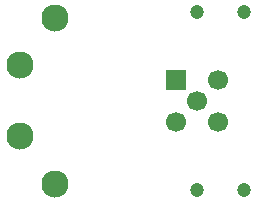
<source format=gbr>
%TF.GenerationSoftware,Altium Limited,Altium Designer,23.10.1 (27)*%
G04 Layer_Color=16711935*
%FSLAX45Y45*%
%MOMM*%
%TF.SameCoordinates,3B401655-87E5-4DED-8554-5CA7246403C5*%
%TF.FilePolarity,Negative*%
%TF.FileFunction,Soldermask,Bot*%
%TF.Part,Single*%
G01*
G75*
%TA.AperFunction,ComponentPad*%
%ADD23C,2.30000*%
%ADD24C,1.20000*%
%ADD25C,1.70000*%
%ADD26R,1.70000X1.70000*%
D23*
X1000000Y600000D02*
D03*
X700000Y1000000D02*
D03*
Y1600000D02*
D03*
X1000000Y2000000D02*
D03*
D24*
X2600000Y2050000D02*
D03*
Y550000D02*
D03*
X2200000Y2050000D02*
D03*
Y550000D02*
D03*
D25*
Y1300000D02*
D03*
X2025000Y1125000D02*
D03*
X2375000D02*
D03*
Y1475000D02*
D03*
D26*
X2025000D02*
D03*
%TF.MD5,f7cea6e4fd29132cb7cf36ca0fb9c63c*%
M02*

</source>
